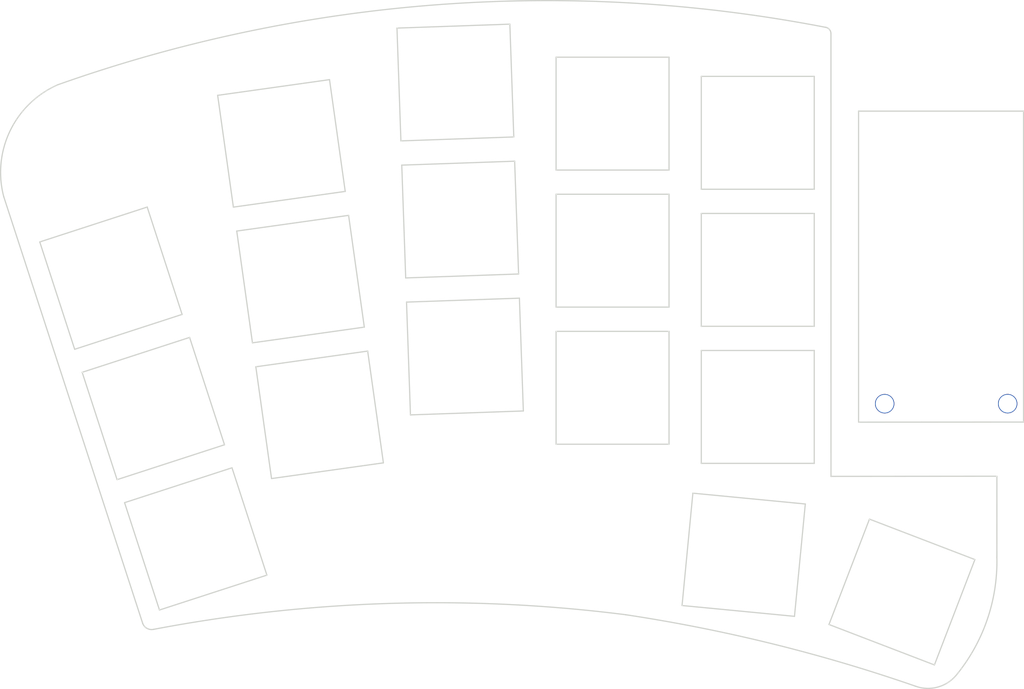
<source format=kicad_pcb>
(kicad_pcb (version 20210925) (generator pcbnew)
  (layers (0 "F.Cu" signal) (31 "B.Cu" signal) (34 "B.Paste" user) (35 "F.Paste" user) (36 "B.SilkS" user "B.Silkscreen") (37 "F.SilkS" user "F.Silkscreen") (38 "B.Mask" user) (39 "F.Mask" user) (44 "Edge.Cuts" user))
  (net 0 "")
  (footprint "broom:SW_PG1350_cut" (layer "F.Cu") (at 124.919 93.53 8)
    (fp_text reference "SW9" hide)
    (fp_text value "SW_PUSH" hide)
    (fp_line (start 7 7) (end 7 -7) (layer "Edge.Cuts") (width 0.15))
    (fp_line (start -7 7) (end -7 -7) (layer "Edge.Cuts") (width 0.15))
    (fp_line (start -7 -7) (end 7 -7) (layer "Edge.Cuts") (width 0.15))
    (fp_line (start -7 7) (end 7 7) (layer "Edge.Cuts") (width 0.15))
  )
  (footprint "broom:SW_PG1350_cut" (layer "F.Cu") (at 101.419 93.415 18)
    (fp_text reference "SW2" hide)
    (fp_text value "SW_PUSH" hide)
    (fp_line (start -7 7) (end -7 -7) (layer "Edge.Cuts") (width 0.15))
    (fp_line (start -7 7) (end 7 7) (layer "Edge.Cuts") (width 0.15))
    (fp_line (start 7 7) (end 7 -7) (layer "Edge.Cuts") (width 0.15))
    (fp_line (start -7 -7) (end 7 -7) (layer "Edge.Cuts") (width 0.15))
  )
  (footprint "broom:SW_PG1350_cut" (layer "F.Cu") (at 181.594 109.385)
    (fp_text reference "SW18" hide)
    (fp_text value "SW_PUSH" hide)
    (fp_line (start 7 7) (end 7 -7) (layer "Edge.Cuts") (width 0.15))
    (fp_line (start -7 7) (end 7 7) (layer "Edge.Cuts") (width 0.15))
    (fp_line (start -7 7) (end -7 -7) (layer "Edge.Cuts") (width 0.15))
    (fp_line (start -7 -7) (end 7 -7) (layer "Edge.Cuts") (width 0.15))
  )
  (footprint "chocorne:LEGO_HOLE" (layer "F.Cu") (at 197.322 108.987)
    (fp_text reference "h2" hide)
    (fp_text value "h2")
    (pad "h2" thru_hole circle locked (at 0 0) (size 2.4 2.4) (drill 2.2) (layers *.Cu *.Mask))
  )
  (footprint "broom:SW_PG1350_cut" (layer "F.Cu") (at 106.674 109.585 18)
    (fp_text reference "SW8" hide)
    (fp_text value "SW_PUSH" hide)
    (fp_line (start -7 -7) (end 7 -7) (layer "Edge.Cuts") (width 0.15))
    (fp_line (start -7 7) (end -7 -7) (layer "Edge.Cuts") (width 0.15))
    (fp_line (start 7 7) (end 7 -7) (layer "Edge.Cuts") (width 0.15))
    (fp_line (start -7 7) (end 7 7) (layer "Edge.Cuts") (width 0.15))
  )
  (footprint "broom:SW_PG1350_cut" (layer "F.Cu") (at 181.594 75.385)
    (fp_text reference "SW6" hide)
    (fp_text value "SW_PUSH" hide)
    (fp_line (start -7 -7) (end 7 -7) (layer "Edge.Cuts") (width 0.15))
    (fp_line (start -7 7) (end -7 -7) (layer "Edge.Cuts") (width 0.15))
    (fp_line (start -7 7) (end 7 7) (layer "Edge.Cuts") (width 0.15))
    (fp_line (start 7 7) (end 7 -7) (layer "Edge.Cuts") (width 0.15))
  )
  (footprint "chocorne:LEGO_HOLE" (layer "F.Cu") (at 212.567 108.982)
    (fp_text reference "h2" hide)
    (fp_text value "h2")
    (pad "h2" thru_hole circle locked (at 0 0) (size 2.4 2.4) (drill 2.2) (layers *.Cu *.Mask))
  )
  (footprint "broom:SW_PG1350_cut" (layer "F.Cu") (at 144.113 69.147 2)
    (fp_text reference "SW4" hide)
    (fp_text value "SW_PUSH" hide)
    (fp_line (start -7 7) (end -7 -7) (layer "Edge.Cuts") (width 0.15))
    (fp_line (start -7 7) (end 7 7) (layer "Edge.Cuts") (width 0.15))
    (fp_line (start -7 -7) (end 7 -7) (layer "Edge.Cuts") (width 0.15))
    (fp_line (start 7 7) (end 7 -7) (layer "Edge.Cuts") (width 0.15))
  )
  (footprint "broom:SW_PG1350_cut" (layer "F.Cu") (at 163.594 73.005)
    (fp_text reference "SW5" hide)
    (fp_text value "SW_PUSH" hide)
    (fp_line (start -7 7) (end -7 -7) (layer "Edge.Cuts") (width 0.15))
    (fp_line (start -7 -7) (end 7 -7) (layer "Edge.Cuts") (width 0.15))
    (fp_line (start 7 7) (end 7 -7) (layer "Edge.Cuts") (width 0.15))
    (fp_line (start -7 7) (end 7 7) (layer "Edge.Cuts") (width 0.15))
  )
  (footprint "broom:SW_PG1350_cut" (layer "F.Cu") (at 163.594 90.005)
    (fp_text reference "SW11" hide)
    (fp_text value "SW_PUSH" hide)
    (fp_line (start -7 7) (end 7 7) (layer "Edge.Cuts") (width 0.15))
    (fp_line (start -7 7) (end -7 -7) (layer "Edge.Cuts") (width 0.15))
    (fp_line (start -7 -7) (end 7 -7) (layer "Edge.Cuts") (width 0.15))
    (fp_line (start 7 7) (end 7 -7) (layer "Edge.Cuts") (width 0.15))
  )
  (footprint "broom:SW_PG1350_cut" (layer "F.Cu") (at 144.707 86.145 2)
    (fp_text reference "SW10" hide)
    (fp_text value "SW_PUSH" hide)
    (fp_line (start -7 -7) (end 7 -7) (layer "Edge.Cuts") (width 0.15))
    (fp_line (start -7 7) (end 7 7) (layer "Edge.Cuts") (width 0.15))
    (fp_line (start -7 7) (end -7 -7) (layer "Edge.Cuts") (width 0.15))
    (fp_line (start 7 7) (end 7 -7) (layer "Edge.Cuts") (width 0.15))
  )
  (footprint "broom:SW_PG1350_cut" (layer "F.Cu") (at 122.554 76.695 8)
    (fp_text reference "SW3" hide)
    (fp_text value "SW_PUSH" hide)
    (fp_line (start -7 7) (end -7 -7) (layer "Edge.Cuts") (width 0.15))
    (fp_line (start -7 7) (end 7 7) (layer "Edge.Cuts") (width 0.15))
    (fp_line (start 7 7) (end 7 -7) (layer "Edge.Cuts") (width 0.15))
    (fp_line (start -7 -7) (end 7 -7) (layer "Edge.Cuts") (width 0.15))
  )
  (footprint "broom:SW_PG1350_cut" (layer "F.Cu") (at 145.297 103.135 2)
    (fp_text reference "SW16" hide)
    (fp_text value "SW_PUSH" hide)
    (fp_line (start -7 7) (end 7 7) (layer "Edge.Cuts") (width 0.15))
    (fp_line (start 7 7) (end 7 -7) (layer "Edge.Cuts") (width 0.15))
    (fp_line (start -7 -7) (end 7 -7) (layer "Edge.Cuts") (width 0.15))
    (fp_line (start -7 7) (end -7 -7) (layer "Edge.Cuts") (width 0.15))
  )
  (footprint "broom:SW_PG1350_cut" (layer "F.Cu") (at 127.284 110.365 8)
    (fp_text reference "SW15" hide)
    (fp_text value "SW_PUSH" hide)
    (fp_line (start 7 7) (end 7 -7) (layer "Edge.Cuts") (width 0.15))
    (fp_line (start -7 7) (end 7 7) (layer "Edge.Cuts") (width 0.15))
    (fp_line (start -7 -7) (end 7 -7) (layer "Edge.Cuts") (width 0.15))
    (fp_line (start -7 7) (end -7 -7) (layer "Edge.Cuts") (width 0.15))
  )
  (footprint "broom:SW_PG1350_cut" (layer "F.Cu") (at 111.929 125.755 18)
    (fp_text reference "SW14" hide)
    (fp_text value "SW_PUSH" hide)
    (fp_line (start -7 7) (end 7 7) (layer "Edge.Cuts") (width 0.15))
    (fp_line (start 7 7) (end 7 -7) (layer "Edge.Cuts") (width 0.15))
    (fp_line (start -7 -7) (end 7 -7) (layer "Edge.Cuts") (width 0.15))
    (fp_line (start -7 7) (end -7 -7) (layer "Edge.Cuts") (width 0.15))
  )
  (footprint "broom:SW_PG1350_cut" (layer "F.Cu") (at 163.594 107.01)
    (fp_text reference "SW17" hide)
    (fp_text value "SW_PUSH" hide)
    (fp_line (start 7 7) (end 7 -7) (layer "Edge.Cuts") (width 0.15))
    (fp_line (start -7 -7) (end 7 -7) (layer "Edge.Cuts") (width 0.15))
    (fp_line (start -7 7) (end -7 -7) (layer "Edge.Cuts") (width 0.15))
    (fp_line (start -7 7) (end 7 7) (layer "Edge.Cuts") (width 0.15))
  )
  (footprint "broom:SW_PG1350_cut" (layer "B.Cu") (at 179.847 127.723 -5.5)
    (fp_text reference "SW20" hide)
    (fp_text value "SW_PUSH" hide)
    (fp_line (start -7 -7) (end 7 -7) (layer "Edge.Cuts") (width 0.15))
    (fp_line (start -7 -7) (end -7 7) (layer "Edge.Cuts") (width 0.15))
    (fp_line (start 7 -7) (end 7 7) (layer "Edge.Cuts") (width 0.15))
    (fp_line (start -7 7) (end 7 7) (layer "Edge.Cuts") (width 0.15))
  )
  (footprint "broom:SW_PG1350_cut" (layer "B.Cu") (at 199.463 132.347 -21)
    (fp_text reference "SW21" hide)
    (fp_text value "SW_PUSH" hide)
    (fp_line (start -7 -7) (end -7 7) (layer "Edge.Cuts") (width 0.15))
    (fp_line (start -7 -7) (end 7 -7) (layer "Edge.Cuts") (width 0.15))
    (fp_line (start 7 -7) (end 7 7) (layer "Edge.Cuts") (width 0.15))
    (fp_line (start -7 7) (end 7 7) (layer "Edge.Cuts") (width 0.15))
  )
  (footprint "broom:SW_PG1350_cut" (layer "B.Cu") (at 181.594 92.385 180)
    (fp_text reference "SW12" hide)
    (fp_text value "SW_PUSH" hide)
    (fp_line (start -7 -7) (end -7 7) (layer "Edge.Cuts") (width 0.15))
    (fp_line (start -7 7) (end 7 7) (layer "Edge.Cuts") (width 0.15))
    (fp_line (start -7 -7) (end 7 -7) (layer "Edge.Cuts") (width 0.15))
    (fp_line (start 7 -7) (end 7 7) (layer "Edge.Cuts") (width 0.15))
  )
  (gr_arc (start 189.869405 63.084258) (end 190.664405 63.059258) (angle -75.82503188) (layer "Edge.Cuts") (width 0.15))
  (gr_line (start 194.086 72.697) (end 214.538 72.697) (layer "Edge.Cuts") (width 0.15))
  (gr_line (start 211.234 117.98) (end 211.231003 128.040862) (layer "Edge.Cuts") (width 0.15))
  (gr_line (start 190.669 118) (end 190.664405 63.059258) (layer "Edge.Cuts") (width 0.15))
  (gr_line (start 194.123 111.275) (end 214.538 111.262) (layer "Edge.Cuts") (width 0.15))
  (gr_line (start 88.127953 83.292666) (end 105.361412 136.251738) (layer "Edge.Cuts") (width 0.15))
  (gr_line (start 194.086 111.262) (end 194.086 72.697) (layer "Edge.Cuts") (width 0.15))
  (gr_arc (start 155.4857 240.406359) (end 190.039849 62.307342) (angle -30.52241692) (layer "Edge.Cuts") (width 0.15))
  (gr_arc (start 188.968743 128.55) (end 206.239908 142.606113) (angle -40.45049692) (layer "Edge.Cuts") (width 0.15))
  (gr_arc (start 99.626551 80.295466) (end 94.799583 69.437227) (angle -80.64225145) (layer "Edge.Cuts") (width 0.15))
  (gr_arc (start 141.689 320.542281) (end 106.709135 136.975628) (angle 18.02701016) (layer "Edge.Cuts") (width 0.15))
  (gr_arc (start 135.189 334.05) (end 165.233781 135.161726) (angle 10.5566717) (layer "Edge.Cuts") (width 0.15))
  (gr_line (start 214.538 111.262) (end 214.538 72.697) (layer "Edge.Cuts") (width 0.15))
  (gr_arc (start 202.695496 139.738695) (end 201.163167 144.032518) (angle -70.66711935) (layer "Edge.Cuts") (width 0.15))
  (gr_arc (start 106.46079 135.821466) (end 105.361412 136.251738) (angle -80.76911852) (layer "Edge.Cuts") (width 0.15))
  (gr_line (start 190.669 118) (end 211.234 117.98) (layer "Edge.Cuts") (width 0.15))
)
</source>
